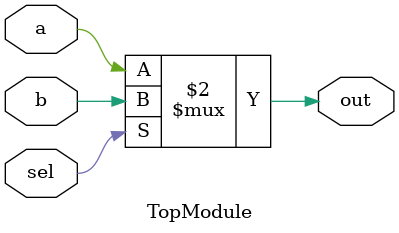
<source format=sv>

module TopModule (
    input a,
    input b,
    input sel,
    output out
);

    // Implement the multiplexer logic using an always block or continuous assignment
    assign out = (sel == 1'b0) ? a : b;

endmodule

// VERILOG-EVAL: errant inclusion of module definition

</source>
